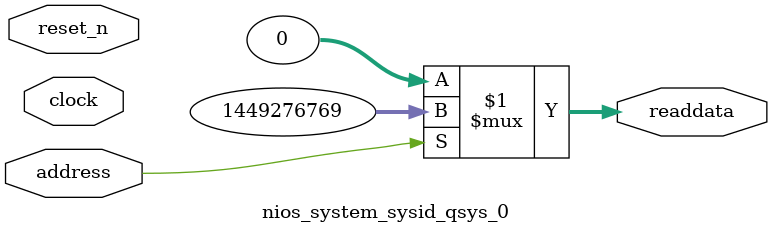
<source format=v>

`timescale 1ns / 1ps
// synthesis translate_on

// turn off superfluous verilog processor warnings 
// altera message_level Level1 
// altera message_off 10034 10035 10036 10037 10230 10240 10030 

module nios_system_sysid_qsys_0 (
               // inputs:
                address,
                clock,
                reset_n,

               // outputs:
                readdata
             )
;

  output  [ 31: 0] readdata;
  input            address;
  input            clock;
  input            reset_n;

  wire    [ 31: 0] readdata;
  //control_slave, which is an e_avalon_slave
  assign readdata = address ? 1449276769 : 0;

endmodule




</source>
